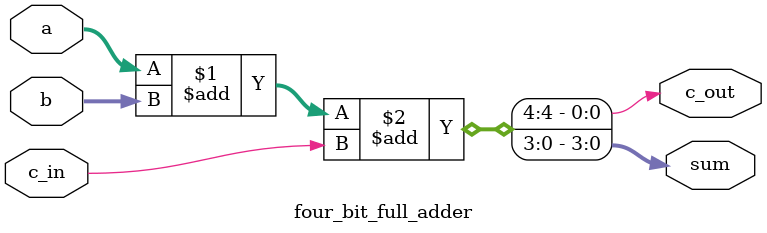
<source format=v>
`timescale 1ns / 1ps


module four_bit_full_adder(
input [3:0]a,b,
input c_in,
output [3:0]sum,
 output c_out);
assign {c_out, sum} = a + b + c_in;
endmodule

</source>
